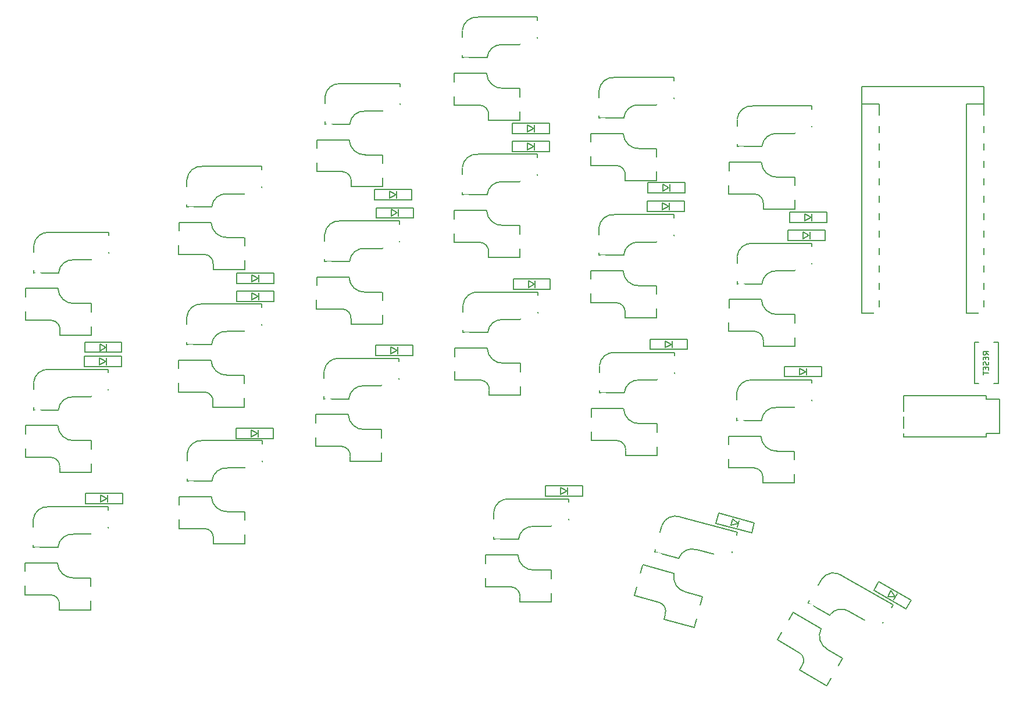
<source format=gbr>
%TF.GenerationSoftware,KiCad,Pcbnew,7.0.6*%
%TF.CreationDate,2023-08-21T12:13:53+07:00*%
%TF.ProjectId,GlupV1,476c7570-5631-42e6-9b69-6361645f7063,rev?*%
%TF.SameCoordinates,Original*%
%TF.FileFunction,Legend,Bot*%
%TF.FilePolarity,Positive*%
%FSLAX46Y46*%
G04 Gerber Fmt 4.6, Leading zero omitted, Abs format (unit mm)*
G04 Created by KiCad (PCBNEW 7.0.6) date 2023-08-21 12:13:53*
%MOMM*%
%LPD*%
G01*
G04 APERTURE LIST*
G04 Aperture macros list*
%AMRotRect*
0 Rectangle, with rotation*
0 The origin of the aperture is its center*
0 $1 length*
0 $2 width*
0 $3 Rotation angle, in degrees counterclockwise*
0 Add horizontal line*
21,1,$1,$2,0,0,$3*%
G04 Aperture macros list end*
%ADD10C,0.150000*%
%ADD11C,1.524000*%
%ADD12C,1.900000*%
%ADD13C,1.700000*%
%ADD14C,3.000000*%
%ADD15C,0.100000*%
%ADD16C,4.000000*%
%ADD17R,0.700000X1.500000*%
%ADD18R,2.000000X2.000000*%
%ADD19R,2.500000X2.500000*%
%ADD20R,1.900000X2.000000*%
%ADD21R,2.400000X2.400000*%
%ADD22R,1.397000X1.397000*%
%ADD23R,1.300000X0.950000*%
%ADD24C,1.397000*%
%ADD25C,2.000000*%
%ADD26RotRect,1.397000X1.397000X345.000000*%
%ADD27RotRect,1.300000X0.950000X345.000000*%
%ADD28RotRect,1.397000X1.397000X330.000000*%
%ADD29RotRect,1.300000X0.950000X330.000000*%
%ADD30RotRect,0.700000X1.500000X345.000000*%
%ADD31RotRect,2.000000X2.000000X165.000000*%
%ADD32RotRect,2.500000X2.500000X165.000000*%
%ADD33RotRect,1.900000X2.000000X165.000000*%
%ADD34RotRect,2.400000X2.400000X165.000000*%
%ADD35C,1.200000*%
%ADD36R,2.100000X0.800000*%
%ADD37RotRect,0.700000X1.500000X330.000000*%
%ADD38RotRect,2.000000X2.000000X150.000000*%
%ADD39RotRect,2.500000X2.500000X150.000000*%
%ADD40RotRect,1.900000X2.000000X150.000000*%
%ADD41RotRect,2.400000X2.400000X150.000000*%
G04 APERTURE END LIST*
D10*
X187292295Y-80458095D02*
X186911342Y-80191428D01*
X187292295Y-80000952D02*
X186492295Y-80000952D01*
X186492295Y-80000952D02*
X186492295Y-80305714D01*
X186492295Y-80305714D02*
X186530390Y-80381904D01*
X186530390Y-80381904D02*
X186568485Y-80419999D01*
X186568485Y-80419999D02*
X186644676Y-80458095D01*
X186644676Y-80458095D02*
X186758961Y-80458095D01*
X186758961Y-80458095D02*
X186835152Y-80419999D01*
X186835152Y-80419999D02*
X186873247Y-80381904D01*
X186873247Y-80381904D02*
X186911342Y-80305714D01*
X186911342Y-80305714D02*
X186911342Y-80000952D01*
X186873247Y-80800952D02*
X186873247Y-81067618D01*
X187292295Y-81181904D02*
X187292295Y-80800952D01*
X187292295Y-80800952D02*
X186492295Y-80800952D01*
X186492295Y-80800952D02*
X186492295Y-81181904D01*
X187254200Y-81486666D02*
X187292295Y-81600952D01*
X187292295Y-81600952D02*
X187292295Y-81791428D01*
X187292295Y-81791428D02*
X187254200Y-81867619D01*
X187254200Y-81867619D02*
X187216104Y-81905714D01*
X187216104Y-81905714D02*
X187139914Y-81943809D01*
X187139914Y-81943809D02*
X187063723Y-81943809D01*
X187063723Y-81943809D02*
X186987533Y-81905714D01*
X186987533Y-81905714D02*
X186949438Y-81867619D01*
X186949438Y-81867619D02*
X186911342Y-81791428D01*
X186911342Y-81791428D02*
X186873247Y-81639047D01*
X186873247Y-81639047D02*
X186835152Y-81562857D01*
X186835152Y-81562857D02*
X186797057Y-81524762D01*
X186797057Y-81524762D02*
X186720866Y-81486666D01*
X186720866Y-81486666D02*
X186644676Y-81486666D01*
X186644676Y-81486666D02*
X186568485Y-81524762D01*
X186568485Y-81524762D02*
X186530390Y-81562857D01*
X186530390Y-81562857D02*
X186492295Y-81639047D01*
X186492295Y-81639047D02*
X186492295Y-81829524D01*
X186492295Y-81829524D02*
X186530390Y-81943809D01*
X186873247Y-82286667D02*
X186873247Y-82553333D01*
X187292295Y-82667619D02*
X187292295Y-82286667D01*
X187292295Y-82286667D02*
X186492295Y-82286667D01*
X186492295Y-82286667D02*
X186492295Y-82667619D01*
X186492295Y-82896191D02*
X186492295Y-83353334D01*
X187292295Y-83124762D02*
X186492295Y-83124762D01*
%TO.C,SW9*%
X89355000Y-89180000D02*
X89330001Y-93780000D01*
X90530000Y-82930000D02*
X90530000Y-86875000D01*
X90530000Y-86884000D02*
X94140000Y-86884000D01*
X93130000Y-93805000D02*
X89355000Y-93805000D01*
X94055000Y-89155000D02*
X89355000Y-89155000D01*
X94350000Y-95280000D02*
X94350000Y-95980000D01*
X98905000Y-91355000D02*
X96355000Y-91355000D01*
X98905000Y-96005000D02*
X94355000Y-96005000D01*
X98930000Y-91379999D02*
X98930000Y-95980000D01*
X101430000Y-80976000D02*
X92805000Y-80976000D01*
X101430000Y-84884000D02*
X101430000Y-80976000D01*
X101430000Y-84930000D02*
X96380000Y-84976000D01*
X92805000Y-80976001D02*
G75*
G03*
X90541001Y-82860000I-190000J-2073999D01*
G01*
X94350000Y-95230000D02*
G75*
G03*
X93130000Y-93810000I-1320000J100000D01*
G01*
X96405000Y-84980001D02*
G75*
G03*
X94145001Y-86859999I-190001J-2069997D01*
G01*
X94060001Y-89180000D02*
G75*
G03*
X96430000Y-91349999I2269999J100000D01*
G01*
%TO.C,SW13*%
X114060400Y-109666000D02*
X114035401Y-114266000D01*
X115235400Y-103416000D02*
X115235400Y-107361000D01*
X115235400Y-107370000D02*
X118845400Y-107370000D01*
X117835400Y-114291000D02*
X114060400Y-114291000D01*
X118760400Y-109641000D02*
X114060400Y-109641000D01*
X119055400Y-115766000D02*
X119055400Y-116466000D01*
X123610400Y-111841000D02*
X121060400Y-111841000D01*
X123610400Y-116491000D02*
X119060400Y-116491000D01*
X123635400Y-111865999D02*
X123635400Y-116466000D01*
X126135400Y-101462000D02*
X117510400Y-101462000D01*
X126135400Y-105370000D02*
X126135400Y-101462000D01*
X126135400Y-105416000D02*
X121085400Y-105462000D01*
X117510400Y-101462001D02*
G75*
G03*
X115246401Y-103346000I-190000J-2073999D01*
G01*
X119055400Y-115716000D02*
G75*
G03*
X117835400Y-114296000I-1320000J100000D01*
G01*
X121110400Y-105466001D02*
G75*
G03*
X118850401Y-107345999I-190001J-2069997D01*
G01*
X118765401Y-109666000D02*
G75*
G03*
X121135400Y-111835999I2269999J100000D01*
G01*
%TO.C,D14*%
X143050000Y-56884000D02*
X143050000Y-55384000D01*
X143050000Y-55384000D02*
X137650000Y-55384000D01*
X140850000Y-56634000D02*
X140850000Y-55634000D01*
X140750000Y-56134000D02*
X139850000Y-56634000D01*
X139850000Y-56634000D02*
X139850000Y-55634000D01*
X139850000Y-55634000D02*
X140750000Y-56134000D01*
X137650000Y-56884000D02*
X143050000Y-56884000D01*
X137650000Y-55384000D02*
X137650000Y-56884000D01*
%TO.C,RSW1*%
X188730000Y-78620000D02*
X188030000Y-78620000D01*
X188730000Y-78620000D02*
X188730000Y-84520000D01*
X188730000Y-78620000D02*
X188730000Y-84620000D01*
X185230000Y-78620000D02*
X185830000Y-78620000D01*
X188730000Y-84620000D02*
X188030000Y-84620000D01*
X185230000Y-84620000D02*
X185230000Y-78620000D01*
X185230000Y-84620000D02*
X185830000Y-84620000D01*
%TO.C,U1*%
X168830000Y-41370000D02*
X186610000Y-41370000D01*
X168830000Y-43910000D02*
X171370000Y-43910000D01*
X168830000Y-74390000D02*
X168830000Y-41370000D01*
X168830000Y-74390000D02*
X168830000Y-43910000D01*
X171370000Y-43910000D02*
X171370000Y-74390000D01*
X171370000Y-74390000D02*
X168830000Y-74390000D01*
X184070000Y-43910000D02*
X186610000Y-43910000D01*
X184070000Y-74390000D02*
X184070000Y-43910000D01*
X186610000Y-41370000D02*
X186610000Y-74390000D01*
X186610000Y-43910000D02*
X186610000Y-74390000D01*
X186610000Y-74390000D02*
X184070000Y-74390000D01*
%TO.C,D16*%
X143440000Y-79680000D02*
X143440000Y-78180000D01*
X143440000Y-78180000D02*
X138040000Y-78180000D01*
X141240000Y-79430000D02*
X141240000Y-78430000D01*
X141140000Y-78930000D02*
X140240000Y-79430000D01*
X140240000Y-79430000D02*
X140240000Y-78430000D01*
X140240000Y-78430000D02*
X141140000Y-78930000D01*
X138040000Y-79680000D02*
X143440000Y-79680000D01*
X138040000Y-78180000D02*
X138040000Y-79680000D01*
%TO.C,SW6*%
X69425000Y-101156000D02*
X69400001Y-105756000D01*
X70600000Y-94906000D02*
X70600000Y-98851000D01*
X70600000Y-98860000D02*
X74210000Y-98860000D01*
X73200000Y-105781000D02*
X69425000Y-105781000D01*
X74125000Y-101131000D02*
X69425000Y-101131000D01*
X74420000Y-107256000D02*
X74420000Y-107956000D01*
X78975000Y-103331000D02*
X76425000Y-103331000D01*
X78975000Y-107981000D02*
X74425000Y-107981000D01*
X79000000Y-103355999D02*
X79000000Y-107956000D01*
X81500000Y-92952000D02*
X72875000Y-92952000D01*
X81500000Y-96860000D02*
X81500000Y-92952000D01*
X81500000Y-96906000D02*
X76450000Y-96952000D01*
X72875000Y-92952001D02*
G75*
G03*
X70611001Y-94836000I-190000J-2073999D01*
G01*
X74420000Y-107206000D02*
G75*
G03*
X73200000Y-105786000I-1320000J100000D01*
G01*
X76475000Y-96956001D02*
G75*
G03*
X74215001Y-98835999I-190001J-2069997D01*
G01*
X74130001Y-101156000D02*
G75*
G03*
X76500000Y-103325999I2269999J100000D01*
G01*
%TO.C,SW5*%
X69375000Y-81256000D02*
X69350001Y-85856000D01*
X70550000Y-75006000D02*
X70550000Y-78951000D01*
X70550000Y-78960000D02*
X74160000Y-78960000D01*
X73150000Y-85881000D02*
X69375000Y-85881000D01*
X74075000Y-81231000D02*
X69375000Y-81231000D01*
X74370000Y-87356000D02*
X74370000Y-88056000D01*
X78925000Y-83431000D02*
X76375000Y-83431000D01*
X78925000Y-88081000D02*
X74375000Y-88081000D01*
X78950000Y-83455999D02*
X78950000Y-88056000D01*
X81450000Y-73052000D02*
X72825000Y-73052000D01*
X81450000Y-76960000D02*
X81450000Y-73052000D01*
X81450000Y-77006000D02*
X76400000Y-77052000D01*
X72825000Y-73052001D02*
G75*
G03*
X70561001Y-74936000I-190000J-2073999D01*
G01*
X74370000Y-87306000D02*
G75*
G03*
X73150000Y-85886000I-1320000J100000D01*
G01*
X76425000Y-77056001D02*
G75*
G03*
X74165001Y-78935999I-190001J-2069997D01*
G01*
X74080001Y-81256000D02*
G75*
G03*
X76450000Y-83425999I2269999J100000D01*
G01*
%TO.C,D11*%
X123360000Y-50860000D02*
X123360000Y-49360000D01*
X123360000Y-49360000D02*
X117960000Y-49360000D01*
X121160000Y-50610000D02*
X121160000Y-49610000D01*
X121060000Y-50110000D02*
X120160000Y-50610000D01*
X120160000Y-50610000D02*
X120160000Y-49610000D01*
X120160000Y-49610000D02*
X121060000Y-50110000D01*
X117960000Y-50860000D02*
X123360000Y-50860000D01*
X117960000Y-49360000D02*
X117960000Y-50860000D01*
%TO.C,SW4*%
X69395000Y-61206000D02*
X69370001Y-65806000D01*
X70570000Y-54956000D02*
X70570000Y-58901000D01*
X70570000Y-58910000D02*
X74180000Y-58910000D01*
X73170000Y-65831000D02*
X69395000Y-65831000D01*
X74095000Y-61181000D02*
X69395000Y-61181000D01*
X74390000Y-67306000D02*
X74390000Y-68006000D01*
X78945000Y-63381000D02*
X76395000Y-63381000D01*
X78945000Y-68031000D02*
X74395000Y-68031000D01*
X78970000Y-63405999D02*
X78970000Y-68006000D01*
X81470000Y-53002000D02*
X72845000Y-53002000D01*
X81470000Y-56910000D02*
X81470000Y-53002000D01*
X81470000Y-56956000D02*
X76420000Y-57002000D01*
X72845000Y-53002001D02*
G75*
G03*
X70581001Y-54886000I-190000J-2073999D01*
G01*
X74390000Y-67256000D02*
G75*
G03*
X73170000Y-65836000I-1320000J100000D01*
G01*
X76445000Y-57006001D02*
G75*
G03*
X74185001Y-58885999I-190001J-2069997D01*
G01*
X74100001Y-61206000D02*
G75*
G03*
X76470000Y-63375999I2269999J100000D01*
G01*
%TO.C,D20*%
X163005000Y-83660000D02*
X163005000Y-82160000D01*
X163005000Y-82160000D02*
X157605000Y-82160000D01*
X160805000Y-83410000D02*
X160805000Y-82410000D01*
X160705000Y-82910000D02*
X159805000Y-83410000D01*
X159805000Y-83410000D02*
X159805000Y-82410000D01*
X159805000Y-82410000D02*
X160705000Y-82910000D01*
X157605000Y-83660000D02*
X163005000Y-83660000D01*
X157605000Y-82160000D02*
X157605000Y-83660000D01*
%TO.C,D13*%
X128180000Y-101070000D02*
X128180000Y-99570000D01*
X128180000Y-99570000D02*
X122780000Y-99570000D01*
X125980000Y-100820000D02*
X125980000Y-99820000D01*
X125880000Y-100320000D02*
X124980000Y-100820000D01*
X124980000Y-100820000D02*
X124980000Y-99820000D01*
X124980000Y-99820000D02*
X125880000Y-100320000D01*
X122780000Y-101070000D02*
X128180000Y-101070000D01*
X122780000Y-99570000D02*
X122780000Y-101070000D01*
%TO.C,D7*%
X103284000Y-57900000D02*
X103284000Y-56400000D01*
X103284000Y-56400000D02*
X97884000Y-56400000D01*
X101084000Y-57650000D02*
X101084000Y-56650000D01*
X100984000Y-57150000D02*
X100084000Y-57650000D01*
X100084000Y-57650000D02*
X100084000Y-56650000D01*
X100084000Y-56650000D02*
X100984000Y-57150000D01*
X97884000Y-57900000D02*
X103284000Y-57900000D01*
X97884000Y-56400000D02*
X97884000Y-57900000D01*
%TO.C,D1*%
X61090000Y-80106000D02*
X61090000Y-78606000D01*
X61090000Y-78606000D02*
X55690000Y-78606000D01*
X58890000Y-79856000D02*
X58890000Y-78856000D01*
X58790000Y-79356000D02*
X57890000Y-79856000D01*
X57890000Y-79856000D02*
X57890000Y-78856000D01*
X57890000Y-78856000D02*
X58790000Y-79356000D01*
X55690000Y-80106000D02*
X61090000Y-80106000D01*
X55690000Y-78606000D02*
X55690000Y-80106000D01*
%TO.C,SW11*%
X109495000Y-59440000D02*
X109470001Y-64040000D01*
X110670000Y-53190000D02*
X110670000Y-57135000D01*
X110670000Y-57144000D02*
X114280000Y-57144000D01*
X113270000Y-64065000D02*
X109495000Y-64065000D01*
X114195000Y-59415000D02*
X109495000Y-59415000D01*
X114490000Y-65540000D02*
X114490000Y-66240000D01*
X119045000Y-61615000D02*
X116495000Y-61615000D01*
X119045000Y-66265000D02*
X114495000Y-66265000D01*
X119070000Y-61639999D02*
X119070000Y-66240000D01*
X121570000Y-51236000D02*
X112945000Y-51236000D01*
X121570000Y-55144000D02*
X121570000Y-51236000D01*
X121570000Y-55190000D02*
X116520000Y-55236000D01*
X112945000Y-51236001D02*
G75*
G03*
X110681001Y-53120000I-190000J-2073999D01*
G01*
X114490000Y-65490000D02*
G75*
G03*
X113270000Y-64070000I-1320000J100000D01*
G01*
X116545000Y-55240001D02*
G75*
G03*
X114285001Y-57119999I-190001J-2069997D01*
G01*
X114200001Y-59440000D02*
G75*
G03*
X116570000Y-61609999I2269999J100000D01*
G01*
%TO.C,SW3*%
X47005000Y-110806000D02*
X46980001Y-115406000D01*
X48180000Y-104556000D02*
X48180000Y-108501000D01*
X48180000Y-108510000D02*
X51790000Y-108510000D01*
X50780000Y-115431000D02*
X47005000Y-115431000D01*
X51705000Y-110781000D02*
X47005000Y-110781000D01*
X52000000Y-116906000D02*
X52000000Y-117606000D01*
X56555000Y-112981000D02*
X54005000Y-112981000D01*
X56555000Y-117631000D02*
X52005000Y-117631000D01*
X56580000Y-113005999D02*
X56580000Y-117606000D01*
X59080000Y-102602000D02*
X50455000Y-102602000D01*
X59080000Y-106510000D02*
X59080000Y-102602000D01*
X59080000Y-106556000D02*
X54030000Y-106602000D01*
X50455000Y-102602001D02*
G75*
G03*
X48191001Y-104486000I-190000J-2073999D01*
G01*
X52000000Y-116856000D02*
G75*
G03*
X50780000Y-115436000I-1320000J100000D01*
G01*
X54055000Y-106606001D02*
G75*
G03*
X51795001Y-108485999I-190001J-2069997D01*
G01*
X51710001Y-110806000D02*
G75*
G03*
X54080000Y-112975999I2269999J100000D01*
G01*
%TO.C,D17*%
X152805393Y-106404764D02*
X153193622Y-104955875D01*
X153193622Y-104955875D02*
X147977623Y-103558252D01*
X150745061Y-105593880D02*
X151003880Y-104627955D01*
X150777878Y-105085036D02*
X149779136Y-105335061D01*
X149779136Y-105335061D02*
X150037955Y-104369136D01*
X150037955Y-104369136D02*
X150777878Y-105085036D01*
X147589394Y-105007141D02*
X152805393Y-106404764D01*
X147977623Y-103558252D02*
X147589394Y-105007141D01*
%TO.C,SW20*%
X149435000Y-92330000D02*
X149410001Y-96930000D01*
X150610000Y-86080000D02*
X150610000Y-90025000D01*
X150610000Y-90034000D02*
X154220000Y-90034000D01*
X153210000Y-96955000D02*
X149435000Y-96955000D01*
X154135000Y-92305000D02*
X149435000Y-92305000D01*
X154430000Y-98430000D02*
X154430000Y-99130000D01*
X158985000Y-94505000D02*
X156435000Y-94505000D01*
X158985000Y-99155000D02*
X154435000Y-99155000D01*
X159010000Y-94529999D02*
X159010000Y-99130000D01*
X161510000Y-84126000D02*
X152885000Y-84126000D01*
X161510000Y-88034000D02*
X161510000Y-84126000D01*
X161510000Y-88080000D02*
X156460000Y-88126000D01*
X152885000Y-84126001D02*
G75*
G03*
X150621001Y-86010000I-190000J-2073999D01*
G01*
X154430000Y-98380000D02*
G75*
G03*
X153210000Y-96960000I-1320000J100000D01*
G01*
X156485000Y-88130001D02*
G75*
G03*
X154225001Y-90009999I-190001J-2069997D01*
G01*
X154140001Y-92330000D02*
G75*
G03*
X156510000Y-94499999I2269999J100000D01*
G01*
%TO.C,D9*%
X103445000Y-80560000D02*
X103445000Y-79060000D01*
X103445000Y-79060000D02*
X98045000Y-79060000D01*
X101245000Y-80310000D02*
X101245000Y-79310000D01*
X101145000Y-79810000D02*
X100245000Y-80310000D01*
X100245000Y-80310000D02*
X100245000Y-79310000D01*
X100245000Y-79310000D02*
X101145000Y-79810000D01*
X98045000Y-80560000D02*
X103445000Y-80560000D01*
X98045000Y-79060000D02*
X98045000Y-80560000D01*
%TO.C,D5*%
X83240000Y-72680000D02*
X83240000Y-71180000D01*
X83240000Y-71180000D02*
X77840000Y-71180000D01*
X81040000Y-72430000D02*
X81040000Y-71430000D01*
X80940000Y-71930000D02*
X80040000Y-72430000D01*
X80040000Y-72430000D02*
X80040000Y-71430000D01*
X80040000Y-71430000D02*
X80940000Y-71930000D01*
X77840000Y-72680000D02*
X83240000Y-72680000D01*
X77840000Y-71180000D02*
X77840000Y-72680000D01*
%TO.C,SW15*%
X129375000Y-68240000D02*
X129350001Y-72840000D01*
X130550000Y-61990000D02*
X130550000Y-65935000D01*
X130550000Y-65944000D02*
X134160000Y-65944000D01*
X133150000Y-72865000D02*
X129375000Y-72865000D01*
X134075000Y-68215000D02*
X129375000Y-68215000D01*
X134370000Y-74340000D02*
X134370000Y-75040000D01*
X138925000Y-70415000D02*
X136375000Y-70415000D01*
X138925000Y-75065000D02*
X134375000Y-75065000D01*
X138950000Y-70439999D02*
X138950000Y-75040000D01*
X141450000Y-60036000D02*
X132825000Y-60036000D01*
X141450000Y-63944000D02*
X141450000Y-60036000D01*
X141450000Y-63990000D02*
X136400000Y-64036000D01*
X132825000Y-60036001D02*
G75*
G03*
X130561001Y-61920000I-190000J-2073999D01*
G01*
X134370000Y-74290000D02*
G75*
G03*
X133150000Y-72870000I-1320000J100000D01*
G01*
X136425000Y-64040001D02*
G75*
G03*
X134165001Y-65919999I-190001J-2069997D01*
G01*
X134080001Y-68240000D02*
G75*
G03*
X136450000Y-70409999I2269999J100000D01*
G01*
%TO.C,SW8*%
X89465000Y-69160000D02*
X89440001Y-73760000D01*
X90640000Y-62910000D02*
X90640000Y-66855000D01*
X90640000Y-66864000D02*
X94250000Y-66864000D01*
X93240000Y-73785000D02*
X89465000Y-73785000D01*
X94165000Y-69135000D02*
X89465000Y-69135000D01*
X94460000Y-75260000D02*
X94460000Y-75960000D01*
X99015000Y-71335000D02*
X96465000Y-71335000D01*
X99015000Y-75985000D02*
X94465000Y-75985000D01*
X99040000Y-71359999D02*
X99040000Y-75960000D01*
X101540000Y-60956000D02*
X92915000Y-60956000D01*
X101540000Y-64864000D02*
X101540000Y-60956000D01*
X101540000Y-64910000D02*
X96490000Y-64956000D01*
X92915000Y-60956001D02*
G75*
G03*
X90651001Y-62840000I-190000J-2073999D01*
G01*
X94460000Y-75210000D02*
G75*
G03*
X93240000Y-73790000I-1320000J100000D01*
G01*
X96515000Y-64960001D02*
G75*
G03*
X94255001Y-66839999I-190001J-2069997D01*
G01*
X94170001Y-69160000D02*
G75*
G03*
X96540000Y-71329999I2269999J100000D01*
G01*
%TO.C,SW12*%
X109585000Y-79520000D02*
X109560001Y-84120000D01*
X110760000Y-73270000D02*
X110760000Y-77215000D01*
X110760000Y-77224000D02*
X114370000Y-77224000D01*
X113360000Y-84145000D02*
X109585000Y-84145000D01*
X114285000Y-79495000D02*
X109585000Y-79495000D01*
X114580000Y-85620000D02*
X114580000Y-86320000D01*
X119135000Y-81695000D02*
X116585000Y-81695000D01*
X119135000Y-86345000D02*
X114585000Y-86345000D01*
X119160000Y-81719999D02*
X119160000Y-86320000D01*
X121660000Y-71316000D02*
X113035000Y-71316000D01*
X121660000Y-75224000D02*
X121660000Y-71316000D01*
X121660000Y-75270000D02*
X116610000Y-75316000D01*
X113035000Y-71316001D02*
G75*
G03*
X110771001Y-73200000I-190000J-2073999D01*
G01*
X114580000Y-85570000D02*
G75*
G03*
X113360000Y-84150000I-1320000J100000D01*
G01*
X116635000Y-75320001D02*
G75*
G03*
X114375001Y-77199999I-190001J-2069997D01*
G01*
X114290001Y-79520000D02*
G75*
G03*
X116660000Y-81689999I2269999J100000D01*
G01*
%TO.C,D19*%
X163455000Y-63790000D02*
X163455000Y-62290000D01*
X163455000Y-62290000D02*
X158055000Y-62290000D01*
X161255000Y-63540000D02*
X161255000Y-62540000D01*
X161155000Y-63040000D02*
X160255000Y-63540000D01*
X160255000Y-63540000D02*
X160255000Y-62540000D01*
X160255000Y-62540000D02*
X161155000Y-63040000D01*
X158055000Y-63790000D02*
X163455000Y-63790000D01*
X158055000Y-62290000D02*
X158055000Y-63790000D01*
%TO.C,D21*%
X175246074Y-117492019D02*
X175996074Y-116192981D01*
X175996074Y-116192981D02*
X171319536Y-113492981D01*
X173465818Y-116175513D02*
X173965818Y-115309487D01*
X173629215Y-115692500D02*
X172599792Y-115675513D01*
X172599792Y-115675513D02*
X173099792Y-114809487D01*
X173099792Y-114809487D02*
X173629215Y-115692500D01*
X170569536Y-114792019D02*
X175246074Y-117492019D01*
X171319536Y-113492981D02*
X170569536Y-114792019D01*
%TO.C,D8*%
X103515000Y-60530000D02*
X103515000Y-59030000D01*
X103515000Y-59030000D02*
X98115000Y-59030000D01*
X101315000Y-60280000D02*
X101315000Y-59280000D01*
X101215000Y-59780000D02*
X100315000Y-60280000D01*
X100315000Y-60280000D02*
X100315000Y-59280000D01*
X100315000Y-59280000D02*
X101215000Y-59780000D01*
X98115000Y-60530000D02*
X103515000Y-60530000D01*
X98115000Y-59030000D02*
X98115000Y-60530000D01*
%TO.C,SW2*%
X47065000Y-90790000D02*
X47040001Y-95390000D01*
X48240000Y-84540000D02*
X48240000Y-88485000D01*
X48240000Y-88494000D02*
X51850000Y-88494000D01*
X50840000Y-95415000D02*
X47065000Y-95415000D01*
X51765000Y-90765000D02*
X47065000Y-90765000D01*
X52060000Y-96890000D02*
X52060000Y-97590000D01*
X56615000Y-92965000D02*
X54065000Y-92965000D01*
X56615000Y-97615000D02*
X52065000Y-97615000D01*
X56640000Y-92989999D02*
X56640000Y-97590000D01*
X59140000Y-82586000D02*
X50515000Y-82586000D01*
X59140000Y-86494000D02*
X59140000Y-82586000D01*
X59140000Y-86540000D02*
X54090000Y-86586000D01*
X50515000Y-82586001D02*
G75*
G03*
X48251001Y-84470000I-190000J-2073999D01*
G01*
X52060000Y-96840000D02*
G75*
G03*
X50840000Y-95420000I-1320000J100000D01*
G01*
X54115000Y-86590001D02*
G75*
G03*
X51855001Y-88469999I-190001J-2069997D01*
G01*
X51770001Y-90790000D02*
G75*
G03*
X54140000Y-92959999I2269999J100000D01*
G01*
%TO.C,D4*%
X83210000Y-70092000D02*
X83210000Y-68592000D01*
X83210000Y-68592000D02*
X77810000Y-68592000D01*
X81010000Y-69842000D02*
X81010000Y-68842000D01*
X80910000Y-69342000D02*
X80010000Y-69842000D01*
X80010000Y-69842000D02*
X80010000Y-68842000D01*
X80010000Y-68842000D02*
X80910000Y-69342000D01*
X77810000Y-70092000D02*
X83210000Y-70092000D01*
X77810000Y-68592000D02*
X77810000Y-70092000D01*
%TO.C,SW17*%
X136946743Y-111116088D02*
X135732028Y-115552876D01*
X139699325Y-105383164D02*
X138678284Y-109193741D01*
X138675954Y-109202434D02*
X142162947Y-110136771D01*
X139396075Y-116560536D02*
X135749705Y-115583495D01*
X141493065Y-112308389D02*
X136953213Y-111091939D01*
X140192746Y-118301036D02*
X140011573Y-118977184D01*
X145608403Y-115688698D02*
X143145292Y-115028710D01*
X144404895Y-120180253D02*
X140009932Y-119002627D01*
X145626081Y-115719316D02*
X144435513Y-120162576D01*
X150733649Y-106316872D02*
X142402538Y-104084558D01*
X149722184Y-110091710D02*
X150733649Y-106316872D01*
X149710278Y-110136143D02*
X144820447Y-108873539D01*
X142402538Y-104084557D02*
G75*
G03*
X139728067Y-105318396I-720316J-1954155D01*
G01*
X140205687Y-118252740D02*
G75*
G03*
X139394781Y-116565366I-1249140J438234D01*
G01*
X144843560Y-108883874D02*
G75*
G03*
X142173989Y-110114882I-719282J-1950288D01*
G01*
X141491425Y-112333831D02*
G75*
G03*
X143219031Y-115043290I2218532J-490927D01*
G01*
%TO.C,D10*%
X123350000Y-48248000D02*
X123350000Y-46748000D01*
X123350000Y-46748000D02*
X117950000Y-46748000D01*
X121150000Y-47998000D02*
X121150000Y-46998000D01*
X121050000Y-47498000D02*
X120150000Y-47998000D01*
X120150000Y-47998000D02*
X120150000Y-46998000D01*
X120150000Y-46998000D02*
X121050000Y-47498000D01*
X117950000Y-48248000D02*
X123350000Y-48248000D01*
X117950000Y-46748000D02*
X117950000Y-48248000D01*
%TO.C,SW19*%
X149505000Y-72420000D02*
X149480001Y-77020000D01*
X150680000Y-66170000D02*
X150680000Y-70115000D01*
X150680000Y-70124000D02*
X154290000Y-70124000D01*
X153280000Y-77045000D02*
X149505000Y-77045000D01*
X154205000Y-72395000D02*
X149505000Y-72395000D01*
X154500000Y-78520000D02*
X154500000Y-79220000D01*
X159055000Y-74595000D02*
X156505000Y-74595000D01*
X159055000Y-79245000D02*
X154505000Y-79245000D01*
X159080000Y-74619999D02*
X159080000Y-79220000D01*
X161580000Y-64216000D02*
X152955000Y-64216000D01*
X161580000Y-68124000D02*
X161580000Y-64216000D01*
X161580000Y-68170000D02*
X156530000Y-68216000D01*
X152955000Y-64216001D02*
G75*
G03*
X150691001Y-66100000I-190000J-2073999D01*
G01*
X154500000Y-78470000D02*
G75*
G03*
X153280000Y-77050000I-1320000J100000D01*
G01*
X156555000Y-68220001D02*
G75*
G03*
X154295001Y-70099999I-190001J-2069997D01*
G01*
X154210001Y-72420000D02*
G75*
G03*
X156580000Y-74589999I2269999J100000D01*
G01*
%TO.C,D12*%
X123485000Y-70890000D02*
X123485000Y-69390000D01*
X123485000Y-69390000D02*
X118085000Y-69390000D01*
X121285000Y-70640000D02*
X121285000Y-69640000D01*
X121185000Y-70140000D02*
X120285000Y-70640000D01*
X120285000Y-70640000D02*
X120285000Y-69640000D01*
X120285000Y-69640000D02*
X121185000Y-70140000D01*
X118085000Y-70890000D02*
X123485000Y-70890000D01*
X118085000Y-69390000D02*
X118085000Y-70890000D01*
%TO.C,J2*%
X186957500Y-86445000D02*
X186957500Y-86945000D01*
X174957500Y-86445000D02*
X186957500Y-86445000D01*
X186957500Y-86945000D02*
X188857500Y-86945000D01*
X188857500Y-86995000D02*
X188857500Y-91945000D01*
X186957500Y-91945000D02*
X188857500Y-91945000D01*
X186957500Y-92445000D02*
X186957500Y-91945000D01*
X186957500Y-92445000D02*
X174957500Y-92445000D01*
X174957500Y-92445000D02*
X174957500Y-86445000D01*
%TO.C,SW18*%
X149505000Y-52410000D02*
X149480001Y-57010000D01*
X150680000Y-46160000D02*
X150680000Y-50105000D01*
X150680000Y-50114000D02*
X154290000Y-50114000D01*
X153280000Y-57035000D02*
X149505000Y-57035000D01*
X154205000Y-52385000D02*
X149505000Y-52385000D01*
X154500000Y-58510000D02*
X154500000Y-59210000D01*
X159055000Y-54585000D02*
X156505000Y-54585000D01*
X159055000Y-59235000D02*
X154505000Y-59235000D01*
X159080000Y-54609999D02*
X159080000Y-59210000D01*
X161580000Y-44206000D02*
X152955000Y-44206000D01*
X161580000Y-48114000D02*
X161580000Y-44206000D01*
X161580000Y-48160000D02*
X156530000Y-48206000D01*
X152955000Y-44206001D02*
G75*
G03*
X150691001Y-46090000I-190000J-2073999D01*
G01*
X154500000Y-58460000D02*
G75*
G03*
X153280000Y-57040000I-1320000J100000D01*
G01*
X156555000Y-48210001D02*
G75*
G03*
X154295001Y-50089999I-190001J-2069997D01*
G01*
X154210001Y-52410000D02*
G75*
G03*
X156580000Y-54579999I2269999J100000D01*
G01*
%TO.C,SW10*%
X109495000Y-39460000D02*
X109470001Y-44060000D01*
X110670000Y-33210000D02*
X110670000Y-37155000D01*
X110670000Y-37164000D02*
X114280000Y-37164000D01*
X113270000Y-44085000D02*
X109495000Y-44085000D01*
X114195000Y-39435000D02*
X109495000Y-39435000D01*
X114490000Y-45560000D02*
X114490000Y-46260000D01*
X119045000Y-41635000D02*
X116495000Y-41635000D01*
X119045000Y-46285000D02*
X114495000Y-46285000D01*
X119070000Y-41659999D02*
X119070000Y-46260000D01*
X121570000Y-31256000D02*
X112945000Y-31256000D01*
X121570000Y-35164000D02*
X121570000Y-31256000D01*
X121570000Y-35210000D02*
X116520000Y-35256000D01*
X112945000Y-31256001D02*
G75*
G03*
X110681001Y-33140000I-190000J-2073999D01*
G01*
X114490000Y-45510000D02*
G75*
G03*
X113270000Y-44090000I-1320000J100000D01*
G01*
X116545000Y-35260001D02*
G75*
G03*
X114285001Y-37139999I-190001J-2069997D01*
G01*
X114200001Y-39460000D02*
G75*
G03*
X116570000Y-41629999I2269999J100000D01*
G01*
%TO.C,SW21*%
X158844765Y-118005336D02*
X156523115Y-121976553D01*
X162987345Y-113180177D02*
X161014845Y-116596647D01*
X161010345Y-116604441D02*
X164136697Y-118409441D01*
X159801511Y-123898203D02*
X156532265Y-122010703D01*
X162927585Y-120333685D02*
X158857265Y-117983685D01*
X160120562Y-125785591D02*
X159770562Y-126391808D01*
X166027808Y-124663941D02*
X163819443Y-123388941D01*
X163702808Y-128690959D02*
X159762392Y-126415959D01*
X166036959Y-124698091D02*
X163736958Y-128681808D01*
X173404022Y-116937963D02*
X165934553Y-112625463D01*
X171450022Y-120322390D02*
X173404022Y-116937963D01*
X171427022Y-120362228D02*
X167030594Y-117877065D01*
X165934553Y-112625463D02*
G75*
G03*
X163031871Y-113125055I-1201545J-1701137D01*
G01*
X160145562Y-125742289D02*
G75*
G03*
X159799011Y-123902533I-1093153J746602D01*
G01*
X167050244Y-117893029D02*
G75*
G03*
X164153029Y-118391156I-1199544J-1697673D01*
G01*
X162919415Y-120357836D02*
G75*
G03*
X163886895Y-123422110I2015877J-1048397D01*
G01*
%TO.C,D2*%
X61045000Y-82186000D02*
X61045000Y-80686000D01*
X61045000Y-80686000D02*
X55645000Y-80686000D01*
X58845000Y-81936000D02*
X58845000Y-80936000D01*
X58745000Y-81436000D02*
X57845000Y-81936000D01*
X57845000Y-81936000D02*
X57845000Y-80936000D01*
X57845000Y-80936000D02*
X58745000Y-81436000D01*
X55645000Y-82186000D02*
X61045000Y-82186000D01*
X55645000Y-80686000D02*
X55645000Y-82186000D01*
%TO.C,D18*%
X163739000Y-61202000D02*
X163739000Y-59702000D01*
X163739000Y-59702000D02*
X158339000Y-59702000D01*
X161539000Y-60952000D02*
X161539000Y-59952000D01*
X161439000Y-60452000D02*
X160539000Y-60952000D01*
X160539000Y-60952000D02*
X160539000Y-59952000D01*
X160539000Y-59952000D02*
X161439000Y-60452000D01*
X158339000Y-61202000D02*
X163739000Y-61202000D01*
X158339000Y-59702000D02*
X158339000Y-61202000D01*
%TO.C,SW14*%
X129395000Y-48250000D02*
X129370001Y-52850000D01*
X130570000Y-42000000D02*
X130570000Y-45945000D01*
X130570000Y-45954000D02*
X134180000Y-45954000D01*
X133170000Y-52875000D02*
X129395000Y-52875000D01*
X134095000Y-48225000D02*
X129395000Y-48225000D01*
X134390000Y-54350000D02*
X134390000Y-55050000D01*
X138945000Y-50425000D02*
X136395000Y-50425000D01*
X138945000Y-55075000D02*
X134395000Y-55075000D01*
X138970000Y-50449999D02*
X138970000Y-55050000D01*
X141470000Y-40046000D02*
X132845000Y-40046000D01*
X141470000Y-43954000D02*
X141470000Y-40046000D01*
X141470000Y-44000000D02*
X136420000Y-44046000D01*
X132845000Y-40046001D02*
G75*
G03*
X130581001Y-41930000I-190000J-2073999D01*
G01*
X134390000Y-54300000D02*
G75*
G03*
X133170000Y-52880000I-1320000J100000D01*
G01*
X136445000Y-44050001D02*
G75*
G03*
X134185001Y-45929999I-190001J-2069997D01*
G01*
X134100001Y-48250000D02*
G75*
G03*
X136470000Y-50419999I2269999J100000D01*
G01*
%TO.C,D3*%
X61195000Y-102156000D02*
X61195000Y-100656000D01*
X61195000Y-100656000D02*
X55795000Y-100656000D01*
X58995000Y-101906000D02*
X58995000Y-100906000D01*
X58895000Y-101406000D02*
X57995000Y-101906000D01*
X57995000Y-101906000D02*
X57995000Y-100906000D01*
X57995000Y-100906000D02*
X58895000Y-101406000D01*
X55795000Y-102156000D02*
X61195000Y-102156000D01*
X55795000Y-100656000D02*
X55795000Y-102156000D01*
%TO.C,D6*%
X83140000Y-92650000D02*
X83140000Y-91150000D01*
X83140000Y-91150000D02*
X77740000Y-91150000D01*
X80940000Y-92400000D02*
X80940000Y-91400000D01*
X80840000Y-91900000D02*
X79940000Y-92400000D01*
X79940000Y-92400000D02*
X79940000Y-91400000D01*
X79940000Y-91400000D02*
X80840000Y-91900000D01*
X77740000Y-92650000D02*
X83140000Y-92650000D01*
X77740000Y-91150000D02*
X77740000Y-92650000D01*
%TO.C,D15*%
X143000000Y-59590000D02*
X143000000Y-58090000D01*
X143000000Y-58090000D02*
X137600000Y-58090000D01*
X140800000Y-59340000D02*
X140800000Y-58340000D01*
X140700000Y-58840000D02*
X139800000Y-59340000D01*
X139800000Y-59340000D02*
X139800000Y-58340000D01*
X139800000Y-58340000D02*
X140700000Y-58840000D01*
X137600000Y-59590000D02*
X143000000Y-59590000D01*
X137600000Y-58090000D02*
X137600000Y-59590000D01*
%TO.C,SW16*%
X129455000Y-88330000D02*
X129430001Y-92930000D01*
X130630000Y-82080000D02*
X130630000Y-86025000D01*
X130630000Y-86034000D02*
X134240000Y-86034000D01*
X133230000Y-92955000D02*
X129455000Y-92955000D01*
X134155000Y-88305000D02*
X129455000Y-88305000D01*
X134450000Y-94430000D02*
X134450000Y-95130000D01*
X139005000Y-90505000D02*
X136455000Y-90505000D01*
X139005000Y-95155000D02*
X134455000Y-95155000D01*
X139030000Y-90529999D02*
X139030000Y-95130000D01*
X141530000Y-80126000D02*
X132905000Y-80126000D01*
X141530000Y-84034000D02*
X141530000Y-80126000D01*
X141530000Y-84080000D02*
X136480000Y-84126000D01*
X132905000Y-80126001D02*
G75*
G03*
X130641001Y-82010000I-190000J-2073999D01*
G01*
X134450000Y-94380000D02*
G75*
G03*
X133230000Y-92960000I-1320000J100000D01*
G01*
X136505000Y-84130001D02*
G75*
G03*
X134245001Y-86009999I-190001J-2069997D01*
G01*
X134160001Y-88330000D02*
G75*
G03*
X136530000Y-90499999I2269999J100000D01*
G01*
%TO.C,SW7*%
X89495000Y-49150000D02*
X89470001Y-53750000D01*
X90670000Y-42900000D02*
X90670000Y-46845000D01*
X90670000Y-46854000D02*
X94280000Y-46854000D01*
X93270000Y-53775000D02*
X89495000Y-53775000D01*
X94195000Y-49125000D02*
X89495000Y-49125000D01*
X94490000Y-55250000D02*
X94490000Y-55950000D01*
X99045000Y-51325000D02*
X96495000Y-51325000D01*
X99045000Y-55975000D02*
X94495000Y-55975000D01*
X99070000Y-51349999D02*
X99070000Y-55950000D01*
X101570000Y-40946000D02*
X92945000Y-40946000D01*
X101570000Y-44854000D02*
X101570000Y-40946000D01*
X101570000Y-44900000D02*
X96520000Y-44946000D01*
X92945000Y-40946001D02*
G75*
G03*
X90681001Y-42830000I-190000J-2073999D01*
G01*
X94490000Y-55200000D02*
G75*
G03*
X93270000Y-53780000I-1320000J100000D01*
G01*
X96545000Y-44950001D02*
G75*
G03*
X94285001Y-46829999I-190001J-2069997D01*
G01*
X94200001Y-49150000D02*
G75*
G03*
X96570000Y-51319999I2269999J100000D01*
G01*
%TO.C,SW1*%
X47093000Y-70817500D02*
X47068001Y-75417500D01*
X48268000Y-64567500D02*
X48268000Y-68512500D01*
X48268000Y-68521500D02*
X51878000Y-68521500D01*
X50868000Y-75442500D02*
X47093000Y-75442500D01*
X51793000Y-70792500D02*
X47093000Y-70792500D01*
X52088000Y-76917500D02*
X52088000Y-77617500D01*
X56643000Y-72992500D02*
X54093000Y-72992500D01*
X56643000Y-77642500D02*
X52093000Y-77642500D01*
X56668000Y-73017499D02*
X56668000Y-77617500D01*
X59168000Y-62613500D02*
X50543000Y-62613500D01*
X59168000Y-66521500D02*
X59168000Y-62613500D01*
X59168000Y-66567500D02*
X54118000Y-66613500D01*
X50543000Y-62613501D02*
G75*
G03*
X48279001Y-64497500I-190000J-2073999D01*
G01*
X52088000Y-76867500D02*
G75*
G03*
X50868000Y-75447500I-1320000J100000D01*
G01*
X54143000Y-66617501D02*
G75*
G03*
X51883001Y-68497499I-190001J-2069997D01*
G01*
X51798001Y-70817500D02*
G75*
G03*
X54168000Y-72987499I2269999J100000D01*
G01*
%TD*%
D11*
%TO.C,U1*%
X186638815Y-46375745D03*
X186638815Y-48915745D03*
X186638815Y-51455745D03*
X186638815Y-53995745D03*
X186638815Y-56535745D03*
X186638815Y-59075745D03*
X186638815Y-61615745D03*
X186638815Y-64155745D03*
X186638815Y-66695745D03*
X186638815Y-69235745D03*
X186638815Y-71775745D03*
X186638815Y-74315745D03*
X171398815Y-74315745D03*
X171398815Y-71775745D03*
X171398815Y-69235745D03*
X171398815Y-66695745D03*
X171398815Y-64155745D03*
X171398815Y-61615745D03*
X171398815Y-59075745D03*
X171398815Y-56535745D03*
X171398815Y-53995745D03*
X171398815Y-51455745D03*
X171398815Y-48915745D03*
X171398815Y-46375745D03*
%TD*%
%LPC*%
D12*
%TO.C,SW9*%
X91130000Y-87780000D03*
D13*
X91550000Y-87780000D03*
D14*
X91630000Y-91480000D03*
D15*
X92805000Y-85200000D03*
D14*
X92820000Y-85239999D03*
X94090000Y-82700000D03*
D16*
X96630000Y-87780000D03*
D14*
X96630000Y-93680000D03*
X99170000Y-82700000D03*
X100440000Y-85240000D03*
X100440000Y-85240000D03*
D15*
X100455000Y-85200000D03*
D14*
X101630000Y-91480000D03*
D13*
X101710000Y-87780000D03*
D12*
X102130000Y-87780000D03*
D17*
X88130000Y-85280000D03*
D18*
X88530000Y-91480000D03*
D19*
X89730000Y-85240000D03*
D20*
X99430000Y-93680000D03*
D21*
X102330000Y-82700000D03*
D17*
X103830000Y-82680000D03*
%TD*%
D12*
%TO.C,SW13*%
X115835400Y-108266000D03*
D13*
X116255400Y-108266000D03*
D14*
X116335400Y-111966000D03*
D15*
X117510400Y-105686000D03*
D14*
X117525400Y-105725999D03*
X118795400Y-103186000D03*
D16*
X121335400Y-108266000D03*
D14*
X121335400Y-114166000D03*
X123875400Y-103186000D03*
X125145400Y-105726000D03*
X125145400Y-105726000D03*
D15*
X125160400Y-105686000D03*
D14*
X126335400Y-111966000D03*
D13*
X126415400Y-108266000D03*
D12*
X126835400Y-108266000D03*
D17*
X112835400Y-105766000D03*
D18*
X113235400Y-111966000D03*
D19*
X114435400Y-105726000D03*
D20*
X124135400Y-114166000D03*
D21*
X127035400Y-103186000D03*
D17*
X128535400Y-103166000D03*
%TD*%
D22*
%TO.C,D14*%
X144160000Y-56134000D03*
D23*
X142125000Y-56134000D03*
X138575000Y-56134000D03*
D24*
X136540000Y-56134000D03*
%TD*%
D25*
%TO.C,RSW1*%
X186930000Y-78370000D03*
X186930000Y-84870000D03*
%TD*%
D11*
%TO.C,U1*%
X170100000Y-45180000D03*
X186638815Y-46375745D03*
X170100000Y-47720000D03*
X186638815Y-48915745D03*
X170100000Y-50260000D03*
X186638815Y-51455745D03*
X170100000Y-52800000D03*
X186638815Y-53995745D03*
X170100000Y-55340000D03*
X186638815Y-56535745D03*
X170100000Y-57880000D03*
X186638815Y-59075745D03*
X170100000Y-60420000D03*
X186638815Y-61615745D03*
X170100000Y-62960000D03*
X186638815Y-64155745D03*
X170100000Y-65500000D03*
X186638815Y-66695745D03*
X170100000Y-68040000D03*
X186638815Y-69235745D03*
X170100000Y-70580000D03*
X186638815Y-71775745D03*
X170100000Y-73120000D03*
X186638815Y-74315745D03*
X171398815Y-74315745D03*
X185340000Y-73120000D03*
X171398815Y-71775745D03*
X185340000Y-70580000D03*
X171398815Y-69235745D03*
X185340000Y-68040000D03*
X171398815Y-66695745D03*
X185340000Y-65500000D03*
X171398815Y-64155745D03*
X185340000Y-62960000D03*
X171398815Y-61615745D03*
X185340000Y-60420000D03*
X171398815Y-59075745D03*
X185340000Y-57880000D03*
X171398815Y-56535745D03*
X185340000Y-55340000D03*
X171398815Y-53995745D03*
X185340000Y-52800000D03*
X171398815Y-51455745D03*
X185340000Y-50260000D03*
X171398815Y-48915745D03*
X185340000Y-47720000D03*
X171398815Y-46375745D03*
X185340000Y-45180000D03*
%TD*%
D22*
%TO.C,D16*%
X144550000Y-78930000D03*
D23*
X142515000Y-78930000D03*
X138965000Y-78930000D03*
D24*
X136930000Y-78930000D03*
%TD*%
D16*
%TO.C,MH1*%
X66080000Y-116780000D03*
%TD*%
%TO.C,MH2*%
X66080000Y-46760000D03*
%TD*%
D12*
%TO.C,SW6*%
X71200000Y-99756000D03*
D13*
X71620000Y-99756000D03*
D14*
X71700000Y-103456000D03*
D15*
X72875000Y-97176000D03*
D14*
X72890000Y-97215999D03*
X74160000Y-94676000D03*
D16*
X76700000Y-99756000D03*
D14*
X76700000Y-105656000D03*
X79240000Y-94676000D03*
X80510000Y-97216000D03*
X80510000Y-97216000D03*
D15*
X80525000Y-97176000D03*
D14*
X81700000Y-103456000D03*
D13*
X81780000Y-99756000D03*
D12*
X82200000Y-99756000D03*
D17*
X68200000Y-97256000D03*
D18*
X68600000Y-103456000D03*
D19*
X69800000Y-97216000D03*
D20*
X79500000Y-105656000D03*
D21*
X82400000Y-94676000D03*
D17*
X83900000Y-94656000D03*
%TD*%
D12*
%TO.C,SW5*%
X71150000Y-79856000D03*
D13*
X71570000Y-79856000D03*
D14*
X71650000Y-83556000D03*
D15*
X72825000Y-77276000D03*
D14*
X72840000Y-77315999D03*
X74110000Y-74776000D03*
D16*
X76650000Y-79856000D03*
D14*
X76650000Y-85756000D03*
X79190000Y-74776000D03*
X80460000Y-77316000D03*
X80460000Y-77316000D03*
D15*
X80475000Y-77276000D03*
D14*
X81650000Y-83556000D03*
D13*
X81730000Y-79856000D03*
D12*
X82150000Y-79856000D03*
D17*
X68150000Y-77356000D03*
D18*
X68550000Y-83556000D03*
D19*
X69750000Y-77316000D03*
D20*
X79450000Y-85756000D03*
D21*
X82350000Y-74776000D03*
D17*
X83850000Y-74756000D03*
%TD*%
D22*
%TO.C,D11*%
X124470000Y-50110000D03*
D23*
X122435000Y-50110000D03*
X118885000Y-50110000D03*
D24*
X116850000Y-50110000D03*
%TD*%
D12*
%TO.C,SW4*%
X71170000Y-59806000D03*
D13*
X71590000Y-59806000D03*
D14*
X71670000Y-63506000D03*
D15*
X72845000Y-57226000D03*
D14*
X72860000Y-57265999D03*
X74130000Y-54726000D03*
D16*
X76670000Y-59806000D03*
D14*
X76670000Y-65706000D03*
X79210000Y-54726000D03*
X80480000Y-57266000D03*
X80480000Y-57266000D03*
D15*
X80495000Y-57226000D03*
D14*
X81670000Y-63506000D03*
D13*
X81750000Y-59806000D03*
D12*
X82170000Y-59806000D03*
D17*
X68170000Y-57306000D03*
D18*
X68570000Y-63506000D03*
D19*
X69770000Y-57266000D03*
D20*
X79470000Y-65706000D03*
D21*
X82370000Y-54726000D03*
D17*
X83870000Y-54706000D03*
%TD*%
D22*
%TO.C,D20*%
X164115000Y-82910000D03*
D23*
X162080000Y-82910000D03*
X158530000Y-82910000D03*
D24*
X156495000Y-82910000D03*
%TD*%
D22*
%TO.C,D13*%
X129290000Y-100320000D03*
D23*
X127255000Y-100320000D03*
X123705000Y-100320000D03*
D24*
X121670000Y-100320000D03*
%TD*%
D22*
%TO.C,D7*%
X104394000Y-57150000D03*
D23*
X102359000Y-57150000D03*
X98809000Y-57150000D03*
D24*
X96774000Y-57150000D03*
%TD*%
D22*
%TO.C,D1*%
X62200000Y-79356000D03*
D23*
X60165000Y-79356000D03*
X56615000Y-79356000D03*
D24*
X54580000Y-79356000D03*
%TD*%
D12*
%TO.C,SW11*%
X111270000Y-58040000D03*
D13*
X111690000Y-58040000D03*
D14*
X111770000Y-61740000D03*
D15*
X112945000Y-55460000D03*
D14*
X112960000Y-55499999D03*
X114230000Y-52960000D03*
D16*
X116770000Y-58040000D03*
D14*
X116770000Y-63940000D03*
X119310000Y-52960000D03*
X120580000Y-55500000D03*
X120580000Y-55500000D03*
D15*
X120595000Y-55460000D03*
D14*
X121770000Y-61740000D03*
D13*
X121850000Y-58040000D03*
D12*
X122270000Y-58040000D03*
D17*
X108270000Y-55540000D03*
D18*
X108670000Y-61740000D03*
D19*
X109870000Y-55500000D03*
D20*
X119570000Y-63940000D03*
D21*
X122470000Y-52960000D03*
D17*
X123970000Y-52940000D03*
%TD*%
D12*
%TO.C,SW3*%
X48780000Y-109406000D03*
D13*
X49200000Y-109406000D03*
D14*
X49280000Y-113106000D03*
D15*
X50455000Y-106826000D03*
D14*
X50470000Y-106865999D03*
X51740000Y-104326000D03*
D16*
X54280000Y-109406000D03*
D14*
X54280000Y-115306000D03*
X56820000Y-104326000D03*
X58090000Y-106866000D03*
X58090000Y-106866000D03*
D15*
X58105000Y-106826000D03*
D14*
X59280000Y-113106000D03*
D13*
X59360000Y-109406000D03*
D12*
X59780000Y-109406000D03*
D17*
X45780000Y-106906000D03*
D18*
X46180000Y-113106000D03*
D19*
X47380000Y-106866000D03*
D20*
X57080000Y-115306000D03*
D21*
X59980000Y-104326000D03*
D17*
X61480000Y-104306000D03*
%TD*%
D26*
%TO.C,D17*%
X154071685Y-105967609D03*
D27*
X152106026Y-105440912D03*
X148676990Y-104522104D03*
D24*
X146711331Y-103995407D03*
%TD*%
D16*
%TO.C,MH4*%
X107340000Y-114900000D03*
%TD*%
D12*
%TO.C,SW20*%
X151210000Y-90930000D03*
D13*
X151630000Y-90930000D03*
D14*
X151710000Y-94630000D03*
D15*
X152885000Y-88350000D03*
D14*
X152900000Y-88389999D03*
X154170000Y-85850000D03*
D16*
X156710000Y-90930000D03*
D14*
X156710000Y-96830000D03*
X159250000Y-85850000D03*
X160520000Y-88390000D03*
X160520000Y-88390000D03*
D15*
X160535000Y-88350000D03*
D14*
X161710000Y-94630000D03*
D13*
X161790000Y-90930000D03*
D12*
X162210000Y-90930000D03*
D17*
X148210000Y-88430000D03*
D18*
X148610000Y-94630000D03*
D19*
X149810000Y-88390000D03*
D20*
X159510000Y-96830000D03*
D21*
X162410000Y-85850000D03*
D17*
X163910000Y-85830000D03*
%TD*%
D22*
%TO.C,D9*%
X104555000Y-79810000D03*
D23*
X102520000Y-79810000D03*
X98970000Y-79810000D03*
D24*
X96935000Y-79810000D03*
%TD*%
D22*
%TO.C,D5*%
X84350000Y-71930000D03*
D23*
X82315000Y-71930000D03*
X78765000Y-71930000D03*
D24*
X76730000Y-71930000D03*
%TD*%
D12*
%TO.C,SW15*%
X131150000Y-66840000D03*
D13*
X131570000Y-66840000D03*
D14*
X131650000Y-70540000D03*
D15*
X132825000Y-64260000D03*
D14*
X132840000Y-64299999D03*
X134110000Y-61760000D03*
D16*
X136650000Y-66840000D03*
D14*
X136650000Y-72740000D03*
X139190000Y-61760000D03*
X140460000Y-64300000D03*
X140460000Y-64300000D03*
D15*
X140475000Y-64260000D03*
D14*
X141650000Y-70540000D03*
D13*
X141730000Y-66840000D03*
D12*
X142150000Y-66840000D03*
D17*
X128150000Y-64340000D03*
D18*
X128550000Y-70540000D03*
D19*
X129750000Y-64300000D03*
D20*
X139450000Y-72740000D03*
D21*
X142350000Y-61760000D03*
D17*
X143850000Y-61740000D03*
%TD*%
D12*
%TO.C,SW8*%
X91240000Y-67760000D03*
D13*
X91660000Y-67760000D03*
D14*
X91740000Y-71460000D03*
D15*
X92915000Y-65180000D03*
D14*
X92930000Y-65219999D03*
X94200000Y-62680000D03*
D16*
X96740000Y-67760000D03*
D14*
X96740000Y-73660000D03*
X99280000Y-62680000D03*
X100550000Y-65220000D03*
X100550000Y-65220000D03*
D15*
X100565000Y-65180000D03*
D14*
X101740000Y-71460000D03*
D13*
X101820000Y-67760000D03*
D12*
X102240000Y-67760000D03*
D17*
X88240000Y-65260000D03*
D18*
X88640000Y-71460000D03*
D19*
X89840000Y-65220000D03*
D20*
X99540000Y-73660000D03*
D21*
X102440000Y-62680000D03*
D17*
X103940000Y-62660000D03*
%TD*%
D12*
%TO.C,SW12*%
X111360000Y-78120000D03*
D13*
X111780000Y-78120000D03*
D14*
X111860000Y-81820000D03*
D15*
X113035000Y-75540000D03*
D14*
X113050000Y-75579999D03*
X114320000Y-73040000D03*
D16*
X116860000Y-78120000D03*
D14*
X116860000Y-84020000D03*
X119400000Y-73040000D03*
X120670000Y-75580000D03*
X120670000Y-75580000D03*
D15*
X120685000Y-75540000D03*
D14*
X121860000Y-81820000D03*
D13*
X121940000Y-78120000D03*
D12*
X122360000Y-78120000D03*
D17*
X108360000Y-75620000D03*
D18*
X108760000Y-81820000D03*
D19*
X109960000Y-75580000D03*
D20*
X119660000Y-84020000D03*
D21*
X122560000Y-73040000D03*
D17*
X124060000Y-73020000D03*
%TD*%
D22*
%TO.C,D19*%
X164565000Y-63040000D03*
D23*
X162530000Y-63040000D03*
X158980000Y-63040000D03*
D24*
X156945000Y-63040000D03*
%TD*%
D28*
%TO.C,D21*%
X176582362Y-117397500D03*
D29*
X174820000Y-116380000D03*
X171745610Y-114605000D03*
D24*
X169983248Y-113587500D03*
%TD*%
D22*
%TO.C,D8*%
X104625000Y-59780000D03*
D23*
X102590000Y-59780000D03*
X99040000Y-59780000D03*
D24*
X97005000Y-59780000D03*
%TD*%
D16*
%TO.C,MH3*%
X148336000Y-39624000D03*
%TD*%
D12*
%TO.C,SW2*%
X48840000Y-89390000D03*
D13*
X49260000Y-89390000D03*
D14*
X49340000Y-93090000D03*
D15*
X50515000Y-86810000D03*
D14*
X50530000Y-86849999D03*
X51800000Y-84310000D03*
D16*
X54340000Y-89390000D03*
D14*
X54340000Y-95290000D03*
X56880000Y-84310000D03*
X58150000Y-86850000D03*
X58150000Y-86850000D03*
D15*
X58165000Y-86810000D03*
D14*
X59340000Y-93090000D03*
D13*
X59420000Y-89390000D03*
D12*
X59840000Y-89390000D03*
D17*
X45840000Y-86890000D03*
D18*
X46240000Y-93090000D03*
D19*
X47440000Y-86850000D03*
D20*
X57140000Y-95290000D03*
D21*
X60040000Y-84310000D03*
D17*
X61540000Y-84290000D03*
%TD*%
D22*
%TO.C,D4*%
X84320000Y-69342000D03*
D23*
X82285000Y-69342000D03*
X78735000Y-69342000D03*
D24*
X76700000Y-69342000D03*
%TD*%
D16*
%TO.C,MH5*%
X165540000Y-102860000D03*
%TD*%
D12*
%TO.C,SW17*%
X139023608Y-110223195D03*
D13*
X139429297Y-110331899D03*
D14*
X138548940Y-113926530D03*
D15*
X141309287Y-108164629D03*
D14*
X141313423Y-108207147D03*
X143197549Y-106082396D03*
D16*
X144336200Y-111646700D03*
D14*
X142809168Y-117345662D03*
X148104452Y-107397197D03*
X148673778Y-110179349D03*
X148673778Y-110179349D03*
D15*
X148698619Y-110144594D03*
D14*
X148208199Y-116514721D03*
D13*
X149243103Y-112961501D03*
D12*
X149648792Y-113070205D03*
D30*
X136772878Y-107031924D03*
D31*
X135554570Y-113124191D03*
D32*
X138328712Y-107407397D03*
D33*
X145513760Y-118070356D03*
D34*
X151156778Y-108215065D03*
D30*
X152610843Y-108583975D03*
%TD*%
D22*
%TO.C,D10*%
X124460000Y-47498000D03*
D23*
X122425000Y-47498000D03*
X118875000Y-47498000D03*
D24*
X116840000Y-47498000D03*
%TD*%
D12*
%TO.C,SW19*%
X151280000Y-71020000D03*
D13*
X151700000Y-71020000D03*
D14*
X151780000Y-74720000D03*
D15*
X152955000Y-68440000D03*
D14*
X152970000Y-68479999D03*
X154240000Y-65940000D03*
D16*
X156780000Y-71020000D03*
D14*
X156780000Y-76920000D03*
X159320000Y-65940000D03*
X160590000Y-68480000D03*
X160590000Y-68480000D03*
D15*
X160605000Y-68440000D03*
D14*
X161780000Y-74720000D03*
D13*
X161860000Y-71020000D03*
D12*
X162280000Y-71020000D03*
D17*
X148280000Y-68520000D03*
D18*
X148680000Y-74720000D03*
D19*
X149880000Y-68480000D03*
D20*
X159580000Y-76920000D03*
D21*
X162480000Y-65940000D03*
D17*
X163980000Y-65920000D03*
%TD*%
D22*
%TO.C,D12*%
X124595000Y-70140000D03*
D23*
X122560000Y-70140000D03*
X119010000Y-70140000D03*
D24*
X116975000Y-70140000D03*
%TD*%
D35*
%TO.C,J2*%
X185457500Y-89445000D03*
X178457500Y-89445000D03*
X185457500Y-91195000D03*
X178457500Y-91195000D03*
D36*
X175157500Y-89095000D03*
X175157500Y-91545000D03*
X183657500Y-87345000D03*
X183657500Y-93295000D03*
X180657500Y-87345000D03*
X180657500Y-93295000D03*
X176657500Y-87345000D03*
X176657500Y-93295000D03*
%TD*%
D12*
%TO.C,SW18*%
X151280000Y-51010000D03*
D13*
X151700000Y-51010000D03*
D14*
X151780000Y-54710000D03*
D15*
X152955000Y-48430000D03*
D14*
X152970000Y-48469999D03*
X154240000Y-45930000D03*
D16*
X156780000Y-51010000D03*
D14*
X156780000Y-56910000D03*
X159320000Y-45930000D03*
X160590000Y-48470000D03*
X160590000Y-48470000D03*
D15*
X160605000Y-48430000D03*
D14*
X161780000Y-54710000D03*
D13*
X161860000Y-51010000D03*
D12*
X162280000Y-51010000D03*
D17*
X148280000Y-48510000D03*
D18*
X148680000Y-54710000D03*
D19*
X149880000Y-48470000D03*
D20*
X159580000Y-56910000D03*
D21*
X162480000Y-45930000D03*
D17*
X163980000Y-45910000D03*
%TD*%
D12*
%TO.C,SW10*%
X111270000Y-38060000D03*
D13*
X111690000Y-38060000D03*
D14*
X111770000Y-41760000D03*
D15*
X112945000Y-35480000D03*
D14*
X112960000Y-35519999D03*
X114230000Y-32980000D03*
D16*
X116770000Y-38060000D03*
D14*
X116770000Y-43960000D03*
X119310000Y-32980000D03*
X120580000Y-35520000D03*
X120580000Y-35520000D03*
D15*
X120595000Y-35480000D03*
D14*
X121770000Y-41760000D03*
D13*
X121850000Y-38060000D03*
D12*
X122270000Y-38060000D03*
D17*
X108270000Y-35560000D03*
D18*
X108670000Y-41760000D03*
D19*
X109870000Y-35520000D03*
D20*
X119570000Y-43960000D03*
D21*
X122470000Y-32980000D03*
D17*
X123970000Y-32960000D03*
%TD*%
D12*
%TO.C,SW21*%
X161081960Y-117680400D03*
D13*
X161445691Y-117890400D03*
D14*
X159664973Y-121134694D03*
D15*
X163822553Y-116283554D03*
D14*
X163815544Y-116325695D03*
X166185395Y-114760991D03*
D16*
X165845100Y-120430400D03*
D14*
X162895100Y-125539950D03*
X170584805Y-117300991D03*
X170414657Y-120135695D03*
X170414657Y-120135695D03*
D15*
X170447647Y-120108554D03*
D14*
X168325227Y-126134694D03*
D13*
X170244509Y-122970400D03*
D12*
X170608240Y-123180400D03*
D37*
X159733884Y-114015336D03*
D38*
X156980294Y-119584694D03*
D39*
X161139525Y-114780695D03*
D40*
X165319971Y-126939950D03*
D41*
X173321445Y-118880991D03*
D37*
X174630483Y-119613670D03*
%TD*%
D22*
%TO.C,D2*%
X62155000Y-81436000D03*
D23*
X60120000Y-81436000D03*
X56570000Y-81436000D03*
D24*
X54535000Y-81436000D03*
%TD*%
D22*
%TO.C,D18*%
X164849000Y-60452000D03*
D23*
X162814000Y-60452000D03*
X159264000Y-60452000D03*
D24*
X157229000Y-60452000D03*
%TD*%
D12*
%TO.C,SW14*%
X131170000Y-46850000D03*
D13*
X131590000Y-46850000D03*
D14*
X131670000Y-50550000D03*
D15*
X132845000Y-44270000D03*
D14*
X132860000Y-44309999D03*
X134130000Y-41770000D03*
D16*
X136670000Y-46850000D03*
D14*
X136670000Y-52750000D03*
X139210000Y-41770000D03*
X140480000Y-44310000D03*
X140480000Y-44310000D03*
D15*
X140495000Y-44270000D03*
D14*
X141670000Y-50550000D03*
D13*
X141750000Y-46850000D03*
D12*
X142170000Y-46850000D03*
D17*
X128170000Y-44350000D03*
D18*
X128570000Y-50550000D03*
D19*
X129770000Y-44310000D03*
D20*
X139470000Y-52750000D03*
D21*
X142370000Y-41770000D03*
D17*
X143870000Y-41750000D03*
%TD*%
D22*
%TO.C,D3*%
X62305000Y-101406000D03*
D23*
X60270000Y-101406000D03*
X56720000Y-101406000D03*
D24*
X54685000Y-101406000D03*
%TD*%
D22*
%TO.C,D6*%
X84250000Y-91900000D03*
D23*
X82215000Y-91900000D03*
X78665000Y-91900000D03*
D24*
X76630000Y-91900000D03*
%TD*%
D22*
%TO.C,D15*%
X144110000Y-58840000D03*
D23*
X142075000Y-58840000D03*
X138525000Y-58840000D03*
D24*
X136490000Y-58840000D03*
%TD*%
D12*
%TO.C,SW16*%
X131230000Y-86930000D03*
D13*
X131650000Y-86930000D03*
D14*
X131730000Y-90630000D03*
D15*
X132905000Y-84350000D03*
D14*
X132920000Y-84389999D03*
X134190000Y-81850000D03*
D16*
X136730000Y-86930000D03*
D14*
X136730000Y-92830000D03*
X139270000Y-81850000D03*
X140540000Y-84390000D03*
X140540000Y-84390000D03*
D15*
X140555000Y-84350000D03*
D14*
X141730000Y-90630000D03*
D13*
X141810000Y-86930000D03*
D12*
X142230000Y-86930000D03*
D17*
X128230000Y-84430000D03*
D18*
X128630000Y-90630000D03*
D19*
X129830000Y-84390000D03*
D20*
X139530000Y-92830000D03*
D21*
X142430000Y-81850000D03*
D17*
X143930000Y-81830000D03*
%TD*%
D12*
%TO.C,SW7*%
X91270000Y-47750000D03*
D13*
X91690000Y-47750000D03*
D14*
X91770000Y-51450000D03*
D15*
X92945000Y-45170000D03*
D14*
X92960000Y-45209999D03*
X94230000Y-42670000D03*
D16*
X96770000Y-47750000D03*
D14*
X96770000Y-53650000D03*
X99310000Y-42670000D03*
X100580000Y-45210000D03*
X100580000Y-45210000D03*
D15*
X100595000Y-45170000D03*
D14*
X101770000Y-51450000D03*
D13*
X101850000Y-47750000D03*
D12*
X102270000Y-47750000D03*
D17*
X88270000Y-45250000D03*
D18*
X88670000Y-51450000D03*
D19*
X89870000Y-45210000D03*
D20*
X99570000Y-53650000D03*
D21*
X102470000Y-42670000D03*
D17*
X103970000Y-42650000D03*
%TD*%
D12*
%TO.C,SW1*%
X48868000Y-69417500D03*
D13*
X49288000Y-69417500D03*
D14*
X49368000Y-73117500D03*
D15*
X50543000Y-66837500D03*
D14*
X50558000Y-66877499D03*
X51828000Y-64337500D03*
D16*
X54368000Y-69417500D03*
D14*
X54368000Y-75317500D03*
X56908000Y-64337500D03*
X58178000Y-66877500D03*
X58178000Y-66877500D03*
D15*
X58193000Y-66837500D03*
D14*
X59368000Y-73117500D03*
D13*
X59448000Y-69417500D03*
D12*
X59868000Y-69417500D03*
D17*
X45868000Y-66917500D03*
D18*
X46268000Y-73117500D03*
D19*
X47468000Y-66877500D03*
D20*
X57168000Y-75317500D03*
D21*
X60068000Y-64337500D03*
D17*
X61568000Y-64317500D03*
%TD*%
%LPD*%
M02*

</source>
